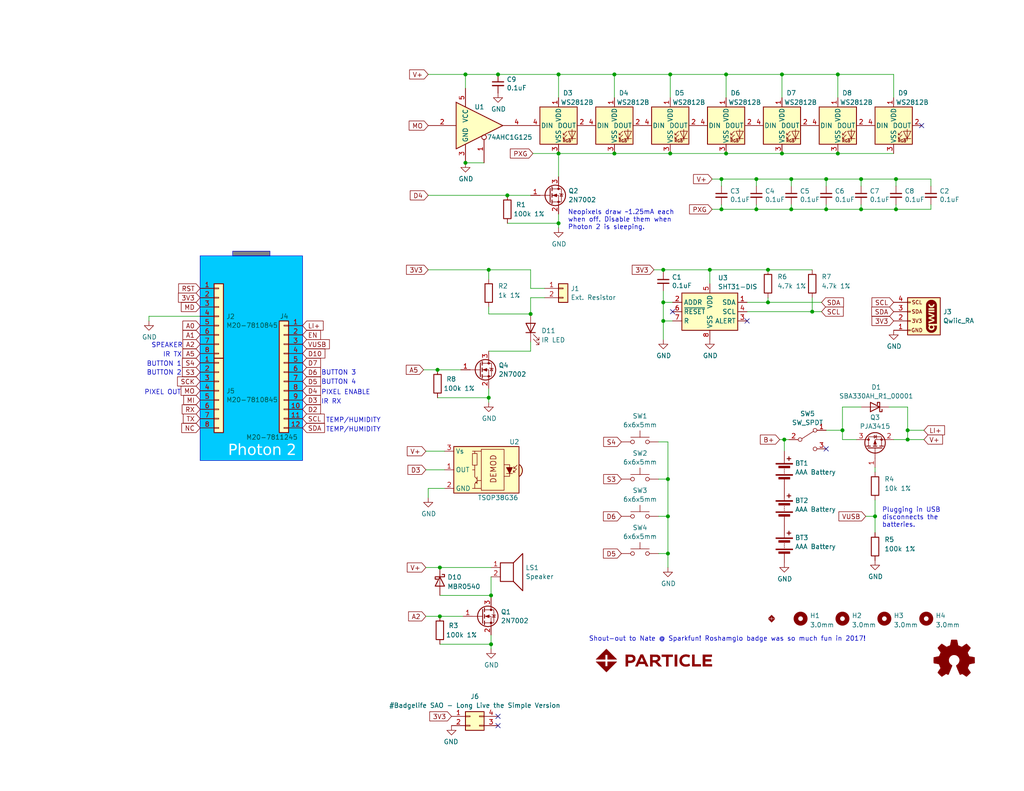
<source format=kicad_sch>
(kicad_sch (version 20230121) (generator eeschema)
  (paper "USLetter")
  (title_block (title "Particle BAMF23 Badge") (date "2023-09-20") (rev "v1.0") (company "         Designed by Brett Walach"))
  (lib_symbols
    (symbol "Connector_Generic:Conn_01x02" (pin_names (offset 1.016) hide)
      (property "Reference" "J" (at 0 2.54 0))
      (property "Value" "Conn_01x02" (at 0 -5.08 0))
      (symbol "Conn_01x02_1_1"
        (pin passive line (at -5.08 0 0) (length 3.81) (name "Pin_1") (number "1"))
        (pin passive line (at -5.08 -2.54 0) (length 3.81) (name "Pin_2") (number "2"))
      )
    )
    (symbol "Connector_Generic:Conn_02x02_Counter_Clockwise" (pin_names (offset 1.016) hide)
      (property "Reference" "J" (at 1.27 2.54 0))
      (property "Value" "Conn_02x02_Counter_Clockwise" (at 1.27 -5.08 0))
      (symbol "Conn_02x02_Counter_Clockwise_1_1"
        (pin passive line (at -5.08 0 0) (length 3.81) (name "Pin_1") (number "1"))
        (pin passive line (at -5.08 -2.54 0) (length 3.81) (name "Pin_2") (number "2"))
        (pin passive line (at 7.62 -2.54 180) (length 3.81) (name "Pin_3") (number "3"))
        (pin passive line (at 7.62 0 180) (length 3.81) (name "Pin_4") (number "4"))
      )
    )
    (symbol "Device:Battery" (pin_numbers hide) (pin_names (offset 0) hide)
      (property "Reference" "BT" (at 2.54 2.54 0))
      (property "Value" "Battery" (at 2.54 0 0))
      (symbol "Battery_1_1"
        (pin passive line (at 0 5.08 270) (length 2.54) (name "+") (number "1"))
        (pin passive line (at 0 -5.08 90) (length 2.54) (name "-") (number "2"))
      )
    )
    (symbol "Diode:MBR0540" (pin_numbers hide) (pin_names (offset 1.016) hide)
      (property "Reference" "D" (at 0 2.54 0))
      (property "Value" "MBR0540" (at 0 -2.54 0))
      (symbol "MBR0540_1_1"
        (pin passive line (at -3.81 0 0) (length 2.54) (name "K") (number "1"))
        (pin passive line (at 3.81 0 180) (length 2.54) (name "A") (number "2"))
      )
    )
    (symbol "Graphic:Logo_Open_Hardware_Small" (pin_names (offset 1.016)))
    (symbol "Mechanical:MountingHole" (pin_names (offset 1.016))
      (property "Reference" "H" (at 0 5.08 0))
      (property "Value" "MountingHole" (at 0 3.175 0))
    )
    (symbol "Sensor_Humidity:SHT31-DIS"
      (property "Reference" "U" (at -6.35 6.35 0))
      (property "Value" "SHT31-DIS" (at 6.35 6.35 0))
      (symbol "SHT31-DIS_1_1"
        (pin bidirectional line (at 10.16 2.54 180) (length 2.54) (name "SDA") (number "1"))
        (pin input line (at -10.16 2.54 0) (length 2.54) (name "ADDR") (number "2"))
        (pin output line (at 10.16 -2.54 180) (length 2.54) (name "ALERT") (number "3"))
        (pin input line (at 10.16 0 180) (length 2.54) (name "SCL") (number "4"))
        (pin power_in line (at 0 7.62 270) (length 2.54) (name "VDD") (number "5"))
        (pin input line (at -10.16 0 0) (length 2.54) (name "~{RESET}") (number "6"))
        (pin passive line (at -10.16 -2.54 0) (length 2.54) (name "R") (number "7"))
        (pin power_in line (at 0 -7.62 90) (length 2.54) (name "VSS") (number "8"))
        (pin passive line (at 0 -7.62 90) (length 2.54) hide (name "VSS") (number "9"))
      )
    )
    (symbol "Switch:SW_SPDT" (pin_names (offset 0) hide)
      (property "Reference" "SW" (at 0 4.318 0))
      (property "Value" "SW_SPDT" (at 0 -5.08 0))
      (symbol "SW_SPDT_1_1"
        (pin passive line (at 5.08 2.54 180) (length 2.54) (name "A") (number "1"))
        (pin passive line (at -5.08 0 0) (length 2.54) (name "B") (number "2"))
        (pin passive line (at 5.08 -2.54 180) (length 2.54) (name "C") (number "3"))
      )
    )
    (symbol "logo:LOGO" (pin_names (offset 1.016)))
    (symbol "particle-bamf23-badge:2N7002" (pin_names hide)
      (property "Reference" "Q2" (at 5.207 1.2121 0))
      (property "Value" "2N7002" (at 5.207 -1.2121 0))
      (symbol "2N7002_1_1"
        (pin input line (at -5.08 0 0) (length 2.54) (name "G") (number "1"))
        (pin passive line (at 2.54 -5.08 90) (length 2.54) (name "S") (number "2"))
        (pin passive line (at 2.54 5.08 270) (length 2.54) (name "D") (number "3"))
      )
    )
    (symbol "particle-bamf23-badge:74AHC1G125"
      (property "Reference" "U1" (at -1.905 6.985 0))
      (property "Value" "74AHC1G125" (at 3.175 5.08 0))
      (symbol "74AHC1G125_1_1"
        (pin input inverted (at 0 -10.16 90) (length 7.62) (name "~") (number "1"))
        (pin input line (at -15.24 0 0) (length 7.62) (name "~") (number "2"))
        (pin power_in line (at -5.08 -10.16 90) (length 5.08) (name "GND") (number "3"))
        (pin tri_state line (at 12.7 0 180) (length 7.62) (name "~") (number "4"))
        (pin power_in line (at -5.08 10.16 270) (length 5.08) (name "VCC") (number "5"))
      )
    )
    (symbol "particle-bamf23-badge:C_Small" (pin_numbers hide) (pin_names (offset 0.254) hide)
      (property "Reference" "C1" (at 2.3368 1.1684 0))
      (property "Value" "0.1uF" (at 2.3368 -1.143 0))
      (symbol "C_Small_1_1"
        (pin passive line (at 0 2.54 270) (length 2.032) (name "~") (number "1"))
        (pin passive line (at 0 -2.54 90) (length 2.032) (name "~") (number "2"))
      )
    )
    (symbol "particle-bamf23-badge:Conn_01x08" (pin_names (offset 1.016) hide)
      (property "Reference" "J6" (at 2.032 -0.0579 0))
      (property "Value" "Conn_01x08" (at 2.032 -2.4821 0))
      (symbol "Conn_01x08_1_1"
        (pin passive line (at -5.08 7.62 0) (length 3.81) (name "Pin_1") (number "1"))
        (pin passive line (at -5.08 5.08 0) (length 3.81) (name "Pin_2") (number "2"))
        (pin passive line (at -5.08 2.54 0) (length 3.81) (name "Pin_3") (number "3"))
        (pin passive line (at -5.08 0 0) (length 3.81) (name "Pin_4") (number "4"))
        (pin passive line (at -5.08 -2.54 0) (length 3.81) (name "Pin_5") (number "5"))
        (pin passive line (at -5.08 -5.08 0) (length 3.81) (name "Pin_6") (number "6"))
        (pin passive line (at -5.08 -7.62 0) (length 3.81) (name "Pin_7") (number "7"))
        (pin passive line (at -5.08 -10.16 0) (length 3.81) (name "Pin_8") (number "8"))
      )
    )
    (symbol "particle-bamf23-badge:Conn_01x12" (pin_names (offset 1.016) hide)
      (property "Reference" "J2" (at -1.27 -17.78 0))
      (property "Value" "M20-7810645" (at -12.7 -20.32 0))
      (symbol "Conn_01x12_1_1"
        (pin passive line (at -5.08 12.7 0) (length 3.81) (name "Pin_1") (number "1"))
        (pin passive line (at -5.08 -10.16 0) (length 3.81) (name "Pin_10") (number "10"))
        (pin passive line (at -5.08 -12.7 0) (length 3.81) (name "Pin_11") (number "11"))
        (pin passive line (at -5.08 -15.24 0) (length 3.81) (name "Pin_12") (number "12"))
        (pin passive line (at -5.08 10.16 0) (length 3.81) (name "Pin_2") (number "2"))
        (pin passive line (at -5.08 7.62 0) (length 3.81) (name "Pin_3") (number "3"))
        (pin passive line (at -5.08 5.08 0) (length 3.81) (name "Pin_4") (number "4"))
        (pin passive line (at -5.08 2.54 0) (length 3.81) (name "Pin_5") (number "5"))
        (pin passive line (at -5.08 0 0) (length 3.81) (name "Pin_6") (number "6"))
        (pin passive line (at -5.08 -2.54 0) (length 3.81) (name "Pin_7") (number "7"))
        (pin passive line (at -5.08 -5.08 0) (length 3.81) (name "Pin_8") (number "8"))
        (pin passive line (at -5.08 -7.62 0) (length 3.81) (name "Pin_9") (number "9"))
      )
    )
    (symbol "particle-bamf23-badge:GND" (power) (pin_names (offset 0))
      (property "Value" "GND" (at 0.127 -4.3942 0))
      (symbol "GND_1_1"
        (pin power_in line (at 0 0 270) (length 0) hide (name "GND") (number "1"))
      )
    )
    (symbol "particle-bamf23-badge:LED" (pin_numbers hide) (pin_names (offset 1.016) hide)
      (property "Reference" "D2" (at -0.7528 -2.921 90))
      (property "Value" "IR LED" (at -3.2897 -2.921 90))
      (symbol "LED_1_1"
        (pin passive line (at -3.81 0 0) (length 2.54) (name "K") (number "1"))
        (pin passive line (at 3.81 0 180) (length 2.54) (name "A") (number "2"))
      )
    )
    (symbol "particle-bamf23-badge:Q_PMOS_GSD" (pin_names (offset 0) hide)
      (property "Reference" "Q3" (at 8.5893 0 90))
      (property "Value" "PJA3415" (at 6.1651 0 90))
      (symbol "Q_PMOS_GSD_1_1"
        (pin input line (at -5.08 0 0) (length 2.54) (name "G") (number "1"))
        (pin passive line (at 2.54 -5.08 90) (length 2.54) (name "S") (number "2"))
        (pin passive line (at 2.54 5.08 270) (length 2.54) (name "D") (number "3"))
      )
    )
    (symbol "particle-bamf23-badge:R" (pin_numbers hide) (pin_names (offset 0))
      (property "Reference" "R2" (at -5.08 0 90))
      (property "Value" "1k 1%" (at -2.54 3.81 90))
      (symbol "R_1_1"
        (pin passive line (at 0 3.81 270) (length 1.27) (name "~") (number "1"))
        (pin passive line (at 0 -3.81 90) (length 1.27) (name "~") (number "2"))
      )
    )
    (symbol "particle-bamf23-badge:SW_Push" (pin_numbers hide) (pin_names (offset 1.016) hide)
      (property "Reference" "SW1" (at 0 7.0653 0))
      (property "Value" "SW_Push" (at 0 4.6411 0))
      (symbol "SW_Push_0_1"
        (pin passive line (at -5.08 0 0) (length 2.54) (name "1") (number "1"))
        (pin passive line (at 5.08 0 180) (length 2.54) (name "2") (number "2"))
      )
    )
    (symbol "particle-bamf23-badge:Speaker" (pin_names (offset 0) hide)
      (property "Reference" "LS1" (at 4.318 -0.0579 0))
      (property "Value" "Speaker" (at 4.318 -2.4821 0))
      (symbol "Speaker_1_1"
        (pin input line (at -5.08 0 0) (length 2.54) (name "1") (number "1"))
        (pin input line (at -5.08 -2.54 0) (length 2.54) (name "2") (number "2"))
      )
    )
    (symbol "particle-bamf23-badge:TSOP38238"
      (property "Reference" "U3" (at -1.735 10.4943 0))
      (property "Value" "TSOP38G36" (at -1.735 8.0701 0))
      (symbol "TSOP38238_0_0"
        (text "DEMOD" (at -3.175 0.254 900) (effects (font (size 1.524 1.524))))
      )
      (symbol "TSOP38238_1_1"
        (pin output line (at 10.16 0 180) (length 2.54) (name "OUT") (number "1"))
        (pin power_in line (at 10.16 -5.08 180) (length 2.54) (name "GND") (number "2"))
        (pin power_in line (at 10.16 5.08 180) (length 2.54) (name "Vs") (number "3"))
      )
    )
    (symbol "particle-bamf23-badge:WS2812B" (pin_names (offset 0.254))
      (property "Reference" "D3" (at 2.54 8.89 0))
      (property "Value" "WS2812B" (at 5.08 6.35 0))
      (symbol "WS2812B_0_0"
        (text "RGB" (at 2.286 -4.191 0) (effects (font (size 0.762 0.762))))
      )
      (symbol "WS2812B_1_1"
        (pin power_in line (at 0 7.62 270) (length 2.54) (name "VDD") (number "1"))
        (pin output line (at 7.62 0 180) (length 2.54) (name "DOUT") (number "2"))
        (pin power_in line (at 0 -7.62 90) (length 2.54) (name "VSS") (number "3"))
        (pin input line (at -7.62 0 0) (length 2.54) (name "DIN") (number "4"))
      )
    )
    (symbol "particle-logo2:LOGO" (pin_names (offset 1.016)))
    (symbol "sparkfun:Qwiic_Right_Angle" (pin_names (offset 1.016) hide)
      (property "Reference" "J" (at 0 5.08 0))
      (property "Value" "Qwiic_RA" (at 0 -7.62 0))
      (symbol "Qwiic_Right_Angle_1_1"
        (text "3V3" (at 1.27 -2.54 0) (effects (font (size 1 1))))
        (text "GND" (at 1.27 -5.08 0) (effects (font (size 1 1))))
        (text "SCL" (at 1.27 2.54 0) (effects (font (size 1 1))))
        (text "SDA" (at 1.27 0 0) (effects (font (size 1 1))))
        (pin passive line (at -5.08 -5.08 0) (length 3.81) (name "Pin_1") (number "1"))
        (pin passive line (at -5.08 -2.54 0) (length 3.81) (name "Pin_2") (number "2"))
        (pin passive line (at -5.08 0 0) (length 3.81) (name "Pin_3") (number "3"))
        (pin passive line (at -5.08 2.54 0) (length 3.81) (name "Pin_4") (number "4"))
        (pin no_connect line (at 2.54 3.81 270) (length 2.54) hide (name "NC") (number "NC1"))
        (pin no_connect line (at 2.54 3.81 270) (length 2.54) hide (name "NC") (number "NC2"))
      )
    )
  )
  (junction (at 138.43 53.34))
  (junction (at 119.38 100.965))
  (junction (at 152.4 20.32))
  (junction (at 234.95 48.895))
  (junction (at 234.95 57.15))
  (junction (at 198.12 20.32))
  (junction (at 196.85 57.15))
  (junction (at 209.55 73.66))
  (junction (at 180.975 73.66))
  (junction (at 228.6 20.32))
  (junction (at 209.55 82.55))
  (junction (at 215.9 48.895))
  (junction (at 198.12 41.91))
  (junction (at 167.64 41.91))
  (junction (at 120.015 168.275))
  (junction (at 229.87 117.475))
  (junction (at 133.35 73.66))
  (junction (at 180.975 87.63))
  (junction (at 213.36 20.32))
  (junction (at 238.76 140.97))
  (junction (at 133.35 108.585))
  (junction (at 221.615 85.09))
  (junction (at 225.425 57.15))
  (junction (at 213.995 120.015))
  (junction (at 133.985 162.56))
  (junction (at 244.475 57.15))
  (junction (at 225.425 48.895))
  (junction (at 120.015 154.94))
  (junction (at 193.675 73.66))
  (junction (at 213.36 41.91))
  (junction (at 182.245 130.81))
  (junction (at 182.88 20.32))
  (junction (at 167.64 20.32))
  (junction (at 182.245 140.97))
  (junction (at 152.4 41.91))
  (junction (at 182.88 41.91))
  (junction (at 127 20.32))
  (junction (at 196.85 48.895))
  (junction (at 215.9 57.15))
  (junction (at 152.4 60.96))
  (junction (at 180.975 82.55))
  (junction (at 135.89 20.32))
  (junction (at 247.65 120.015))
  (junction (at 244.475 48.895))
  (junction (at 182.245 151.13))
  (junction (at 144.78 85.725))
  (junction (at 127 44.45))
  (junction (at 247.65 117.475))
  (junction (at 133.985 175.895))
  (junction (at 206.375 48.895))
  (junction (at 206.375 57.15))
  (junction (at 228.6 41.91))
  (no_connect (at 251.46 34.29))
  (no_connect (at 135.89 195.58))
  (no_connect (at 203.835 87.63))
  (no_connect (at 183.515 85.09))
  (no_connect (at 225.425 122.555))
  (no_connect (at 135.89 198.12))
  (wire (pts (xy 180.975 73.66) (xy 193.675 73.66)))
  (wire (pts (xy 167.64 20.32) (xy 182.88 20.32)))
  (wire (pts (xy 182.245 130.81) (xy 182.245 140.97)))
  (wire (pts (xy 183.515 82.55) (xy 180.975 82.55)))
  (wire (pts (xy 247.65 111.125) (xy 247.65 117.475)))
  (wire (pts (xy 115.57 100.965) (xy 119.38 100.965)))
  (wire (pts (xy 224.155 82.55) (xy 209.55 82.55)))
  (wire (pts (xy 133.985 162.56) (xy 133.985 163.195)))
  (wire (pts (xy 127 20.32) (xy 127 24.13)))
  (wire (pts (xy 206.375 57.15) (xy 196.85 57.15)))
  (wire (pts (xy 133.35 109.855) (xy 133.35 108.585)))
  (wire (pts (xy 244.475 55.88) (xy 244.475 57.15)))
  (wire (pts (xy 196.85 48.895) (xy 194.31 48.895)))
  (wire (pts (xy 225.425 57.15) (xy 215.9 57.15)))
  (wire (pts (xy 209.55 73.66) (xy 221.615 73.66)))
  (wire (pts (xy 133.985 175.895) (xy 133.985 173.355)))
  (wire (pts (xy 244.475 57.15) (xy 234.95 57.15)))
  (wire (pts (xy 180.975 82.55) (xy 180.975 87.63)))
  (wire (pts (xy 116.205 154.94) (xy 120.015 154.94)))
  (wire (pts (xy 225.425 117.475) (xy 229.87 117.475)))
  (wire (pts (xy 221.615 81.28) (xy 221.615 85.09)))
  (wire (pts (xy 167.64 41.91) (xy 182.88 41.91)))
  (wire (pts (xy 238.76 136.525) (xy 238.76 140.97)))
  (wire (pts (xy 116.84 20.32) (xy 127 20.32)))
  (wire (pts (xy 225.425 55.88) (xy 225.425 57.15)))
  (wire (pts (xy 254 57.15) (xy 254 55.88)))
  (wire (pts (xy 221.615 85.09) (xy 203.835 85.09)))
  (wire (pts (xy 228.6 20.32) (xy 243.84 20.32)))
  (wire (pts (xy 234.95 111.125) (xy 229.87 111.125)))
  (wire (pts (xy 133.35 108.585) (xy 133.35 106.045)))
  (wire (pts (xy 179.705 130.81) (xy 182.245 130.81)))
  (wire (pts (xy 238.76 140.97) (xy 238.76 145.415)))
  (wire (pts (xy 247.65 120.015) (xy 252.095 120.015)))
  (wire (pts (xy 234.95 57.15) (xy 225.425 57.15)))
  (wire (pts (xy 116.84 53.34) (xy 138.43 53.34)))
  (wire (pts (xy 144.78 95.885) (xy 133.35 95.885)))
  (wire (pts (xy 228.6 20.32) (xy 228.6 26.67)))
  (wire (pts (xy 179.705 151.13) (xy 182.245 151.13)))
  (wire (pts (xy 182.88 41.91) (xy 198.12 41.91)))
  (wire (pts (xy 144.78 78.74) (xy 148.59 78.74)))
  (wire (pts (xy 213.995 120.015) (xy 213.995 123.19)))
  (wire (pts (xy 144.78 93.345) (xy 144.78 95.885)))
  (wire (pts (xy 196.85 50.8) (xy 196.85 48.895)))
  (wire (pts (xy 167.64 20.32) (xy 167.64 26.67)))
  (wire (pts (xy 244.475 48.895) (xy 254 48.895)))
  (wire (pts (xy 209.55 81.28) (xy 209.55 82.55)))
  (wire (pts (xy 228.6 41.91) (xy 243.84 41.91)))
  (wire (pts (xy 133.985 154.94) (xy 120.015 154.94)))
  (wire (pts (xy 182.245 120.65) (xy 182.245 130.81)))
  (wire (pts (xy 152.4 41.91) (xy 152.4 48.26)))
  (wire (pts (xy 213.995 120.015) (xy 215.265 120.015)))
  (wire (pts (xy 243.84 20.32) (xy 243.84 26.67)))
  (wire (pts (xy 183.515 87.63) (xy 180.975 87.63)))
  (wire (pts (xy 133.985 177.165) (xy 133.985 175.895)))
  (wire (pts (xy 133.35 83.82) (xy 133.35 85.725)))
  (wire (pts (xy 206.375 50.8) (xy 206.375 48.895)))
  (wire (pts (xy 182.88 20.32) (xy 198.12 20.32)))
  (wire (pts (xy 213.36 20.32) (xy 228.6 20.32)))
  (wire (pts (xy 254 48.895) (xy 254 50.8)))
  (wire (pts (xy 209.55 82.55) (xy 203.835 82.55)))
  (wire (pts (xy 127 44.45) (xy 132.08 44.45)))
  (wire (pts (xy 247.65 120.015) (xy 243.84 120.015)))
  (wire (pts (xy 133.35 73.66) (xy 133.35 76.2)))
  (wire (pts (xy 225.425 50.8) (xy 225.425 48.895)))
  (wire (pts (xy 152.4 41.91) (xy 167.64 41.91)))
  (wire (pts (xy 198.12 20.32) (xy 213.36 20.32)))
  (wire (pts (xy 238.76 128.905) (xy 238.76 127.635)))
  (wire (pts (xy 247.65 117.475) (xy 252.095 117.475)))
  (wire (pts (xy 120.015 168.275) (xy 126.365 168.275)))
  (wire (pts (xy 215.9 55.88) (xy 215.9 57.15)))
  (wire (pts (xy 116.84 133.35) (xy 121.285 133.35)))
  (wire (pts (xy 206.375 55.88) (xy 206.375 57.15)))
  (wire (pts (xy 244.475 57.15) (xy 254 57.15)))
  (wire (pts (xy 116.84 135.89) (xy 116.84 133.35)))
  (wire (pts (xy 215.9 48.895) (xy 206.375 48.895)))
  (wire (pts (xy 229.87 117.475) (xy 229.87 120.015)))
  (wire (pts (xy 180.975 87.63) (xy 180.975 92.71)))
  (wire (pts (xy 152.4 20.32) (xy 152.4 26.67)))
  (wire (pts (xy 120.015 175.895) (xy 133.985 175.895)))
  (wire (pts (xy 247.65 117.475) (xy 247.65 120.015)))
  (wire (pts (xy 144.78 73.66) (xy 144.78 78.74)))
  (wire (pts (xy 127 20.32) (xy 135.89 20.32)))
  (wire (pts (xy 179.705 140.97) (xy 182.245 140.97)))
  (wire (pts (xy 180.975 74.295) (xy 180.975 73.66)))
  (wire (pts (xy 182.245 140.97) (xy 182.245 151.13)))
  (wire (pts (xy 152.4 62.23) (xy 152.4 60.96)))
  (wire (pts (xy 206.375 48.895) (xy 196.85 48.895)))
  (wire (pts (xy 133.985 157.48) (xy 133.985 162.56)))
  (wire (pts (xy 209.55 73.66) (xy 193.675 73.66)))
  (wire (pts (xy 244.475 48.895) (xy 234.95 48.895)))
  (wire (pts (xy 212.725 120.015) (xy 213.995 120.015)))
  (wire (pts (xy 133.35 73.66) (xy 144.78 73.66)))
  (wire (pts (xy 225.425 48.895) (xy 215.9 48.895)))
  (wire (pts (xy 196.85 55.88) (xy 196.85 57.15)))
  (wire (pts (xy 116.84 73.66) (xy 133.35 73.66)))
  (wire (pts (xy 116.205 128.27) (xy 121.285 128.27)))
  (wire (pts (xy 148.59 81.28) (xy 144.78 81.28)))
  (wire (pts (xy 182.245 151.13) (xy 182.245 154.94)))
  (wire (pts (xy 244.475 50.8) (xy 244.475 48.895)))
  (wire (pts (xy 152.4 20.32) (xy 167.64 20.32)))
  (wire (pts (xy 40.64 86.36) (xy 40.64 87.63)))
  (wire (pts (xy 178.435 73.66) (xy 180.975 73.66)))
  (wire (pts (xy 116.205 168.275) (xy 120.015 168.275)))
  (wire (pts (xy 116.205 123.19) (xy 121.285 123.19)))
  (wire (pts (xy 145.415 41.91) (xy 152.4 41.91)))
  (wire (pts (xy 54.61 86.36) (xy 40.64 86.36)))
  (wire (pts (xy 198.12 20.32) (xy 198.12 26.67)))
  (wire (pts (xy 138.43 53.34) (xy 144.78 53.34)))
  (wire (pts (xy 198.12 41.91) (xy 213.36 41.91)))
  (wire (pts (xy 213.36 20.32) (xy 213.36 26.67)))
  (wire (pts (xy 182.88 20.32) (xy 182.88 26.67)))
  (wire (pts (xy 229.87 111.125) (xy 229.87 117.475)))
  (wire (pts (xy 138.43 60.96) (xy 152.4 60.96)))
  (wire (pts (xy 236.22 140.97) (xy 238.76 140.97)))
  (wire (pts (xy 135.89 20.32) (xy 152.4 20.32)))
  (wire (pts (xy 196.85 57.15) (xy 194.31 57.15)))
  (wire (pts (xy 179.705 120.65) (xy 182.245 120.65)))
  (wire (pts (xy 144.78 81.28) (xy 144.78 85.725)))
  (wire (pts (xy 229.87 120.015) (xy 233.68 120.015)))
  (wire (pts (xy 215.9 50.8) (xy 215.9 48.895)))
  (wire (pts (xy 234.95 48.895) (xy 225.425 48.895)))
  (wire (pts (xy 215.9 57.15) (xy 206.375 57.15)))
  (wire (pts (xy 119.38 108.585) (xy 133.35 108.585)))
  (wire (pts (xy 152.4 60.96) (xy 152.4 58.42)))
  (wire (pts (xy 133.35 85.725) (xy 144.78 85.725)))
  (wire (pts (xy 193.675 73.66) (xy 193.675 77.47)))
  (wire (pts (xy 119.38 100.965) (xy 125.73 100.965)))
  (wire (pts (xy 213.36 41.91) (xy 228.6 41.91)))
  (wire (pts (xy 180.975 79.375) (xy 180.975 82.55)))
  (wire (pts (xy 234.95 50.8) (xy 234.95 48.895)))
  (wire (pts (xy 133.985 162.56) (xy 120.015 162.56)))
  (wire (pts (xy 234.95 55.88) (xy 234.95 57.15)))
  (wire (pts (xy 242.57 111.125) (xy 247.65 111.125)))
  (wire (pts (xy 224.155 85.09) (xy 221.615 85.09)))
  (rectangle (start 63.5 68.58) (end 73.66 69.85) (fill (type color) (color 132 132 132 1)))
  (rectangle (start 54.61 69.85) (end 82.55 125.73) (fill (type color) (color 0 202 254 1)))
  (text "Shout-out to Nate @ Sparkfun! Roshamglo badge was so much fun in 2017!\n" (at 160.655 175.26 0) (effects (font (size 1.27 1.27)) (justify left bottom)))
  (text "BUTTON 3\n\n\n" (at 87.63 106.68 0) (effects (font (size 1.27 1.27)) (justify left bottom)))
  (text "BUTTON 4\n\n\n" (at 87.63 109.22 0) (effects (font (size 1.27 1.27)) (justify left bottom)))
  (text "PIXEL OUT\n" (at 39.37 107.95 0) (effects (font (size 1.27 1.27)) (justify left bottom)))
  (text "BUTTON 2\n\n\n" (at 40.005 106.68 0) (effects (font (size 1.27 1.27)) (justify left bottom)))
  (text "IR TX\n\n" (at 44.45 99.695 0) (effects (font (size 1.27 1.27)) (justify left bottom)))
  (text "Plugging in USB\ndisconnects the\nbatteries." (at 240.665 144.145 0) (effects (font (size 1.27 1.27)) (justify left bottom)))
  (text "IR RX\n" (at 87.63 110.49 0) (effects (font (size 1.27 1.27)) (justify left bottom)))
  (text "Photon 2" (at 62.23 125.73 0) (effects (font (size 3 3)) (justify left bottom)))
  (text "PIXEL ENABLE\n" (at 87.63 107.95 0) (effects (font (size 1.27 1.27)) (justify left bottom)))
  (text "Neopixels draw ~1.25mA each\nwhen off. Disable them when\nPhoton 2 is sleeping." (at 154.94 62.865 0) (effects (font (size 1.27 1.27)) (justify left bottom)))
  (text "SPEAKER\n\n" (at 41.275 97.155 0) (effects (font (size 1.27 1.27)) (justify left bottom)))
  (text "TEMP/HUMIDITY" (at 88.9 115.57 0) (effects (font (size 1.27 1.27)) (justify left bottom)))
  (text "TEMP/HUMIDITY" (at 88.9 118.11 0) (effects (font (size 1.27 1.27)) (justify left bottom)))
  (text "BUTTON 1\n\n" (at 40.005 102.235 0) (effects (font (size 1.27 1.27)) (justify left bottom)))
  (global_label "SDA" (shape input) (at 243.84 85.09 180) (property "Intersheetrefs" "${INTERSHEET_REFS}" (effects hide)))
  (global_label "VUSB" (shape input) (at 236.22 140.97 180) (property "Intersheetrefs" "${INTERSHEET_REFS}" (effects hide)))
  (global_label "LI+" (shape input) (at 252.095 117.475 0) (property "Intersheetrefs" "${INTERSHEET_REFS}" (effects hide)))
  (global_label "3V3" (shape input) (at 123.19 195.58 180) (property "Intersheetrefs" "${INTERSHEET_REFS}" (effects hide)))
  (global_label "V+" (shape input) (at 194.31 48.895 180) (property "Intersheetrefs" "${INTERSHEET_REFS}" (effects hide)))
  (global_label "D4" (shape input) (at 82.55 106.68 0) (property "Intersheetrefs" "${INTERSHEET_REFS}" (effects hide)))
  (global_label "S3" (shape input) (at 54.61 101.6 180) (property "Intersheetrefs" "${INTERSHEET_REFS}" (effects hide)))
  (global_label "D5" (shape input) (at 169.545 151.13 180) (property "Intersheetrefs" "${INTERSHEET_REFS}" (effects hide)))
  (global_label "S4" (shape input) (at 169.545 120.65 180) (property "Intersheetrefs" "${INTERSHEET_REFS}" (effects hide)))
  (global_label "MO" (shape input) (at 116.84 34.29 180) (property "Intersheetrefs" "${INTERSHEET_REFS}" (effects hide)))
  (global_label "A0" (shape input) (at 54.61 88.9 180) (property "Intersheetrefs" "${INTERSHEET_REFS}" (effects hide)))
  (global_label "PXG" (shape input) (at 145.415 41.91 180) (property "Intersheetrefs" "${INTERSHEET_REFS}" (effects hide)))
  (global_label "TX" (shape input) (at 54.61 114.3 180) (property "Intersheetrefs" "${INTERSHEET_REFS}" (effects hide)))
  (global_label "SDA" (shape input) (at 82.55 116.84 0) (property "Intersheetrefs" "${INTERSHEET_REFS}" (effects hide)))
  (global_label "SCL" (shape input) (at 224.155 85.09 0) (property "Intersheetrefs" "${INTERSHEET_REFS}" (effects hide)))
  (global_label "V+" (shape input) (at 252.095 120.015 0) (property "Intersheetrefs" "${INTERSHEET_REFS}" (effects hide)))
  (global_label "D3" (shape input) (at 116.205 128.27 180) (property "Intersheetrefs" "${INTERSHEET_REFS}" (effects hide)))
  (global_label "MO" (shape input) (at 54.61 106.68 180) (property "Intersheetrefs" "${INTERSHEET_REFS}" (effects hide)))
  (global_label "RX" (shape input) (at 54.61 111.76 180) (property "Intersheetrefs" "${INTERSHEET_REFS}" (effects hide)))
  (global_label "S3" (shape input) (at 169.545 130.81 180) (property "Intersheetrefs" "${INTERSHEET_REFS}" (effects hide)))
  (global_label "D7" (shape input) (at 82.55 99.06 0) (property "Intersheetrefs" "${INTERSHEET_REFS}" (effects hide)))
  (global_label "SCL" (shape input) (at 82.55 114.3 0) (property "Intersheetrefs" "${INTERSHEET_REFS}" (effects hide)))
  (global_label "V+" (shape input) (at 116.205 123.19 180) (property "Intersheetrefs" "${INTERSHEET_REFS}" (effects hide)))
  (global_label "3V3" (shape input) (at 243.84 87.63 180) (property "Intersheetrefs" "${INTERSHEET_REFS}" (effects hide)))
  (global_label "D6" (shape input) (at 169.545 140.97 180) (property "Intersheetrefs" "${INTERSHEET_REFS}" (effects hide)))
  (global_label "A2" (shape input) (at 54.61 93.98 180) (property "Intersheetrefs" "${INTERSHEET_REFS}" (effects hide)))
  (global_label "3V3" (shape input) (at 116.84 73.66 180) (property "Intersheetrefs" "${INTERSHEET_REFS}" (effects hide)))
  (global_label "V+" (shape input) (at 116.205 154.94 180) (property "Intersheetrefs" "${INTERSHEET_REFS}" (effects hide)))
  (global_label "D4" (shape input) (at 116.84 53.34 180) (property "Intersheetrefs" "${INTERSHEET_REFS}" (effects hide)))
  (global_label "D6" (shape input) (at 82.55 101.6 0) (property "Intersheetrefs" "${INTERSHEET_REFS}" (effects hide)))
  (global_label "B+" (shape input) (at 212.725 120.015 180) (property "Intersheetrefs" "${INTERSHEET_REFS}" (effects hide)))
  (global_label "SDA" (shape input) (at 224.155 82.55 0) (property "Intersheetrefs" "${INTERSHEET_REFS}" (effects hide)))
  (global_label "A2" (shape input) (at 116.205 168.275 180) (property "Intersheetrefs" "${INTERSHEET_REFS}" (effects hide)))
  (global_label "D3" (shape input) (at 82.55 109.22 0) (property "Intersheetrefs" "${INTERSHEET_REFS}" (effects hide)))
  (global_label "MI" (shape input) (at 54.61 109.22 180) (property "Intersheetrefs" "${INTERSHEET_REFS}" (effects hide)))
  (global_label "NC" (shape input) (at 54.61 116.84 180) (property "Intersheetrefs" "${INTERSHEET_REFS}" (effects hide)))
  (global_label "LI+" (shape input) (at 82.55 88.9 0) (property "Intersheetrefs" "${INTERSHEET_REFS}" (effects hide)))
  (global_label "A5" (shape input) (at 115.57 100.965 180) (property "Intersheetrefs" "${INTERSHEET_REFS}" (effects hide)))
  (global_label "D5" (shape input) (at 82.55 104.14 0) (property "Intersheetrefs" "${INTERSHEET_REFS}" (effects hide)))
  (global_label "SCK" (shape input) (at 54.61 104.14 180) (property "Intersheetrefs" "${INTERSHEET_REFS}" (effects hide)))
  (global_label "PXG" (shape input) (at 194.31 57.15 180) (property "Intersheetrefs" "${INTERSHEET_REFS}" (effects hide)))
  (global_label "D2" (shape input) (at 82.55 111.76 0) (property "Intersheetrefs" "${INTERSHEET_REFS}" (effects hide)))
  (global_label "RST" (shape input) (at 54.61 78.74 180) (property "Intersheetrefs" "${INTERSHEET_REFS}" (effects hide)))
  (global_label "MD" (shape input) (at 54.61 83.82 180) (property "Intersheetrefs" "${INTERSHEET_REFS}" (effects hide)))
  (global_label "A5" (shape input) (at 54.61 96.52 180) (property "Intersheetrefs" "${INTERSHEET_REFS}" (effects hide)))
  (global_label "EN" (shape input) (at 82.55 91.44 0) (property "Intersheetrefs" "${INTERSHEET_REFS}" (effects hide)))
  (global_label "3V3" (shape input) (at 54.61 81.28 180) (property "Intersheetrefs" "${INTERSHEET_REFS}" (effects hide)))
  (global_label "VUSB" (shape input) (at 82.55 93.98 0) (property "Intersheetrefs" "${INTERSHEET_REFS}" (effects hide)))
  (global_label "SCL" (shape input) (at 243.84 82.55 180) (property "Intersheetrefs" "${INTERSHEET_REFS}" (effects hide)))
  (global_label "3V3" (shape input) (at 178.435 73.66 180) (property "Intersheetrefs" "${INTERSHEET_REFS}" (effects hide)))
  (global_label "V+" (shape input) (at 116.84 20.32 180) (property "Intersheetrefs" "${INTERSHEET_REFS}" (effects hide)))
  (global_label "A1" (shape input) (at 54.61 91.44 180) (property "Intersheetrefs" "${INTERSHEET_REFS}" (effects hide)))
  (global_label "D10" (shape input) (at 82.55 96.52 0) (property "Intersheetrefs" "${INTERSHEET_REFS}" (effects hide)))
  (global_label "S4" (shape input) (at 54.61 99.06 180) (property "Intersheetrefs" "${INTERSHEET_REFS}" (effects hide)))
  (symbol (lib_id "Graphic:Logo_Open_Hardware_Small") (at 260.35 180.34 0) (unit 1)
    (property "Reference" "#LOGO1" (effects hide))
    (property "Value" "Logo_Open_Hardware_Small" (effects hide))
  )
  (symbol (lib_id "particle-bamf23-badge:GND") (at 127 44.45 0) (unit 1)
    (property "Reference" "#PWR02" (effects hide))
    (property "Value" "GND" (at 127.127 48.8442 0))
  )
  (symbol (lib_id "particle-bamf23-badge:SW_Push") (at 174.625 140.97 0) (unit 1)
    (property "Reference" "SW3" (at 174.625 133.9047 0))
    (property "Value" "6x6x5mm" (at 174.625 136.3289 0))
    (property "Footprint" "particle-bamf23-badge:SW_Push_1P1T_NO_6x6mm_H5mm" (effects hide))
  )
  (symbol (lib_id "particle-bamf23-badge:C_Small") (at 180.975 76.835 0) (unit 1)
    (property "Reference" "C1" (at 183.3118 75.6666 0) (effects (justify left)))
    (property "Value" "0.1uF" (at 183.3118 77.978 0) (effects (justify left)))
    (property "Footprint" "particle-bamf23-badge:C_0805_2012Metric_Pad1.20x1.40mm_HandSolder" (effects hide))
  )
  (symbol (lib_id "particle-bamf23-badge:C_Small") (at 225.425 53.34 0) (unit 1)
    (property "Reference" "C6" (at 227.7618 52.1716 0) (effects (justify left)))
    (property "Value" "0.1uF" (at 227.7618 54.483 0) (effects (justify left)))
    (property "Footprint" "particle-bamf23-badge:C_0805_2012Metric_Pad1.20x1.40mm_HandSolder" (effects hide))
  )
  (symbol (lib_id "Device:Battery") (at 213.995 148.59 0) (unit 1)
    (property "Reference" "BT3" (at 216.916 146.8064 0) (effects (justify left)))
    (property "Value" "AAA Battery" (at 216.916 149.2306 0) (effects (justify left)))
    (property "Footprint" "particle-bamf23-badge:BatteryHolder_MPD_BK82_AAA" (effects hide))
  )
  (symbol (lib_id "particle-bamf23-badge:WS2812B") (at 152.4 34.29 0) (unit 1)
    (property "Reference" "D3" (at 154.94 25.4 0))
    (property "Value" "WS2812B" (at 157.48 27.94 0))
    (property "Footprint" "particle-bamf23-badge:LED_WS2812B_PLCC4_5.0x5.0mm_P3.2mm" (effects hide))
    (property "Datasheet" "https://cdn-shop.adafruit.com/datasheets/WS2812B.pdf" (effects hide))
  )
  (symbol (lib_id "particle-bamf23-badge:GND") (at 152.4 62.23 0) (unit 1)
    (property "Reference" "#PWR01" (effects hide))
    (property "Value" "GND" (at 152.527 66.6242 0))
  )
  (symbol (lib_id "particle-bamf23-badge:C_Small") (at 206.375 53.34 0) (unit 1)
    (property "Reference" "C4" (at 208.7118 52.1716 0) (effects (justify left)))
    (property "Value" "0.1uF" (at 208.7118 54.483 0) (effects (justify left)))
    (property "Footprint" "particle-bamf23-badge:C_0805_2012Metric_Pad1.20x1.40mm_HandSolder" (effects hide))
  )
  (symbol (lib_id "particle-bamf23-badge:R") (at 238.76 149.225 180) (unit 1)
    (property "Reference" "R5" (at 241.3 147.32 0) (effects (justify right)))
    (property "Value" "100k 1%" (at 241.3 149.86 0) (effects (justify right)))
    (property "Footprint" "particle-bamf23-badge:R_0805_2012Metric_Pad1.20x1.40mm_HandSolder" (effects hide))
  )
  (symbol (lib_id "particle-bamf23-badge:GND") (at 133.35 109.855 0) (unit 1)
    (property "Reference" "#PWR013" (effects hide))
    (property "Value" "GND" (at 133.477 114.2492 0))
  )
  (symbol (lib_id "particle-bamf23-badge:SW_Push") (at 174.625 130.81 0) (unit 1)
    (property "Reference" "SW2" (at 174.625 123.7447 0))
    (property "Value" "6x6x5mm" (at 174.625 126.1689 0))
    (property "Footprint" "particle-bamf23-badge:SW_Push_1P1T_NO_6x6mm_H5mm" (effects hide))
  )
  (symbol (lib_id "Mechanical:MountingHole") (at 252.73 168.91 0) (unit 1)
    (property "Reference" "H4" (at 255.27 168.0753 0) (effects (justify left)))
    (property "Value" "3.0mm" (at 255.27 170.6122 0) (effects (justify left)))
    (property "Footprint" "particle-bamf23-badge:MountingHole_4.0mm_M3.0" (effects hide))
  )
  (symbol (lib_id "particle-bamf23-badge:Conn_01x12") (at 77.47 101.6 0) (mirror y) (unit 1)
    (property "Reference" "J4" (at 78.74 86.36 0) (effects (justify left)))
    (property "Value" "M20-7811245" (at 81.28 119.38 0) (effects (justify left)))
    (property "Footprint" "particle-bamf23-badge:Harwin_M20-7811245_2x12_P2.54mm_Vertical" (effects hide))
  )
  (symbol (lib_id "particle-bamf23-badge:C_Small") (at 196.85 53.34 0) (unit 1)
    (property "Reference" "C3" (at 199.1868 52.1716 0) (effects (justify left)))
    (property "Value" "0.1uF" (at 199.1868 54.483 0) (effects (justify left)))
    (property "Footprint" "particle-bamf23-badge:C_0805_2012Metric_Pad1.20x1.40mm_HandSolder" (effects hide))
  )
  (symbol (lib_id "particle-bamf23-badge:C_Small") (at 234.95 53.34 0) (unit 1)
    (property "Reference" "C7" (at 237.2868 52.1716 0) (effects (justify left)))
    (property "Value" "0.1uF" (at 237.2868 54.483 0) (effects (justify left)))
    (property "Footprint" "particle-bamf23-badge:C_0805_2012Metric_Pad1.20x1.40mm_HandSolder" (effects hide))
  )
  (symbol (lib_id "particle-bamf23-badge:Speaker") (at 139.065 154.94 0) (unit 1)
    (property "Reference" "LS1" (at 143.383 154.9979 0) (effects (justify left)))
    (property "Value" "Speaker" (at 143.383 157.4221 0) (effects (justify left)))
    (property "Footprint" "particle-bamf23-badge:MagneticBuzzer_FUET-9032-05" (effects hide))
  )
  (symbol (lib_id "particle-logo2:LOGO") (at 214.63 168.91 0) (unit 1)
    (property "Reference" "G1" (effects hide))
    (property "Value" "LOGO" (effects hide))
    (property "Footprint" "particle-bamf23-badge:particle-logo-stacked-10mm-sm" (effects hide))
  )
  (symbol (lib_id "logo:LOGO") (at 178.435 180.34 0) (unit 1)
    (property "Reference" "G2" (effects hide))
    (property "Value" "LOGO" (effects hide))
    (property "Footprint" "particle-bamf23-badge:particle-logo-38mm-ss" (effects hide))
  )
  (symbol (lib_id "particle-bamf23-badge:C_Small") (at 254 53.34 0) (unit 1)
    (property "Reference" "C2" (at 256.3368 52.1716 0) (effects (justify left)))
    (property "Value" "0.1uF" (at 256.3368 54.483 0) (effects (justify left)))
    (property "Footprint" "particle-bamf23-badge:C_0805_2012Metric_Pad1.20x1.40mm_HandSolder" (effects hide))
  )
  (symbol (lib_id "particle-bamf23-badge:GND") (at 116.84 135.89 0) (unit 1)
    (property "Reference" "#PWR09" (effects hide))
    (property "Value" "GND" (at 116.967 140.2842 0))
  )
  (symbol (lib_id "particle-bamf23-badge:SW_Push") (at 174.625 120.65 0) (unit 1)
    (property "Reference" "SW1" (at 174.625 113.5847 0))
    (property "Value" "6x6x5mm" (at 174.625 116.0089 0))
    (property "Footprint" "particle-bamf23-badge:SW_Push_1P1T_NO_6x6mm_H5mm" (effects hide))
  )
  (symbol (lib_id "particle-bamf23-badge:Conn_01x08") (at 59.69 106.68 0) (unit 1)
    (property "Reference" "J5" (at 61.722 106.7379 0) (effects (justify left)))
    (property "Value" "M20-7810845" (at 61.722 109.1621 0) (effects (justify left)))
    (property "Footprint" "particle-bamf23-badge:Harwin_M20-7810845_2x08_P2.54mm_Vertical" (effects hide))
  )
  (symbol (lib_id "particle-bamf23-badge:GND") (at 243.84 90.17 0) (unit 1)
    (property "Reference" "#PWR05" (effects hide))
    (property "Value" "GND" (at 243.967 94.5642 0))
  )
  (symbol (lib_id "particle-bamf23-badge:Conn_01x08") (at 59.69 86.36 0) (unit 1)
    (property "Reference" "J2" (at 61.722 86.4179 0) (effects (justify left)))
    (property "Value" "M20-7810845" (at 61.722 88.8421 0) (effects (justify left)))
    (property "Footprint" "particle-bamf23-badge:Harwin_M20-7810845_2x08_P2.54mm_Vertical" (effects hide))
  )
  (symbol (lib_id "particle-bamf23-badge:SW_Push") (at 174.625 151.13 0) (unit 1)
    (property "Reference" "SW4" (at 174.625 144.0647 0))
    (property "Value" "6x6x5mm" (at 174.625 146.4889 0))
    (property "Footprint" "particle-bamf23-badge:SW_Push_1P1T_NO_6x6mm_H5mm" (effects hide))
  )
  (symbol (lib_id "particle-bamf23-badge:GND") (at 193.675 92.71 0) (unit 1)
    (property "Reference" "#PWR011" (effects hide))
    (property "Value" "GND" (at 193.802 97.1042 0))
  )
  (symbol (lib_id "Connector_Generic:Conn_02x02_Counter_Clockwise") (at 128.27 195.58 0) (unit 1)
    (property "Reference" "J6" (at 129.54 190.1657 0))
    (property "Value" "#Badgelife SAO - Long Live the Simple Version" (at 129.54 192.5899 0))
    (property "Footprint" "particle-bamf23-badge:PinHeader_2x02_P2.54mm_Vertical" (effects hide))
  )
  (symbol (lib_id "particle-bamf23-badge:R") (at 133.35 80.01 180) (unit 1)
    (property "Reference" "R2" (at 135.89 78.105 0) (effects (justify right)))
    (property "Value" "1k 1%" (at 135.89 80.645 0) (effects (justify right)))
    (property "Footprint" "particle-bamf23-badge:R_0805_2012Metric_Pad1.20x1.40mm_HandSolder" (effects hide))
  )
  (symbol (lib_id "Mechanical:MountingHole") (at 241.3 168.91 0) (unit 1)
    (property "Reference" "H3" (at 243.84 168.0753 0) (effects (justify left)))
    (property "Value" "3.0mm" (at 243.84 170.6122 0) (effects (justify left)))
    (property "Footprint" "particle-bamf23-badge:MountingHole_4.0mm_M3.0" (effects hide))
  )
  (symbol (lib_id "Connector_Generic:Conn_01x02") (at 153.67 78.74 0) (unit 1)
    (property "Reference" "J1" (at 155.702 78.7979 0) (effects (justify left)))
    (property "Value" "Ext. Resistor" (at 155.702 81.2221 0) (effects (justify left)))
    (property "Footprint" "Connector_PinHeader_2.54mm:PinHeader_1x02_P2.54mm_Vertical" (effects hide))
  )
  (symbol (lib_id "particle-bamf23-badge:GND") (at 213.995 153.67 0) (unit 1)
    (property "Reference" "#PWR08" (effects hide))
    (property "Value" "GND" (at 214.122 158.0642 0))
  )
  (symbol (lib_id "particle-bamf23-badge:R") (at 119.38 104.775 0) (unit 1)
    (property "Reference" "R8" (at 124.46 103.505 0) (effects (justify right)))
    (property "Value" "100k 1%" (at 129.54 106.045 0) (effects (justify right)))
    (property "Footprint" "particle-bamf23-badge:R_0805_2012Metric_Pad1.20x1.40mm_HandSolder" (effects hide))
  )
  (symbol (lib_id "particle-bamf23-badge:C_Small") (at 244.475 53.34 0) (unit 1)
    (property "Reference" "C8" (at 246.8118 52.1716 0) (effects (justify left)))
    (property "Value" "0.1uF" (at 246.8118 54.483 0) (effects (justify left)))
    (property "Footprint" "particle-bamf23-badge:C_0805_2012Metric_Pad1.20x1.40mm_HandSolder" (effects hide))
  )
  (symbol (lib_id "Diode:MBR0540") (at 238.76 111.125 180) (unit 1)
    (property "Reference" "D1" (at 239.0775 105.7107 0))
    (property "Value" "SBA330AH_R1_00001" (at 239.0775 108.1349 0))
    (property "Footprint" "particle-bamf23-badge:D_SOD-123HE" (effects hide))
  )
  (symbol (lib_id "particle-bamf23-badge:R") (at 238.76 132.715 180) (unit 1)
    (property "Reference" "R4" (at 241.3 130.81 0) (effects (justify right)))
    (property "Value" "10k 1%" (at 241.3 133.35 0) (effects (justify right)))
    (property "Footprint" "particle-bamf23-badge:R_0805_2012Metric_Pad1.20x1.40mm_HandSolder" (effects hide))
  )
  (symbol (lib_id "particle-bamf23-badge:GND") (at 135.89 25.4 0) (unit 1)
    (property "Reference" "#PWR07" (effects hide))
    (property "Value" "GND" (at 136.017 29.7942 0))
  )
  (symbol (lib_id "particle-bamf23-badge:LED") (at 144.78 89.535 90) (unit 1)
    (property "Reference" "D11" (at 147.701 90.2878 90) (effects (justify right)))
    (property "Value" "IR LED" (at 147.701 92.8247 90) (effects (justify right)))
    (property "Footprint" "particle-bamf23-badge:LED_D5.0mm_Horizontal_O1.27mm_Z3.0mm" (effects hide))
  )
  (symbol (lib_id "particle-bamf23-badge:2N7002") (at 130.81 100.965 0) (unit 1)
    (property "Reference" "Q4" (at 136.017 99.7529 0) (effects (justify left)))
    (property "Value" "2N7002" (at 136.017 102.1771 0) (effects (justify left)))
    (property "Footprint" "particle-bamf23-badge:SOT-23_HandSoldering" (effects hide))
    (property "Datasheet" "https://www.onsemi.com/pub/Collateral/NDS7002A-D.PDF" (effects hide))
  )
  (symbol (lib_id "particle-bamf23-badge:GND") (at 123.19 198.12 0) (mirror y) (unit 1)
    (property "Reference" "#PWR014" (effects hide))
    (property "Value" "GND" (at 123.063 202.5142 0))
  )
  (symbol (lib_id "sparkfun:Qwiic_Right_Angle") (at 248.92 85.09 0) (unit 1)
    (property "Reference" "J3" (at 257.302 85.1479 0) (effects (justify left)))
    (property "Value" "Qwiic_RA" (at 257.302 87.5721 0) (effects (justify left)))
    (property "Footprint" "particle-bamf23-badge:JST04_1MM_RA" (effects hide))
    (property "Datasheet" "https://www.jst-mfg.com/product/pdf/eng/eSH.pdf" (effects hide))
    (property "PROD_ID" "CONN-13694" (effects hide))
  )
  (symbol (lib_id "particle-bamf23-badge:R") (at 120.015 172.085 0) (unit 1)
    (property "Reference" "R3" (at 125.095 170.815 0) (effects (justify right)))
    (property "Value" "100k 1%" (at 130.175 173.355 0) (effects (justify right)))
    (property "Footprint" "particle-bamf23-badge:R_0805_2012Metric_Pad1.20x1.40mm_HandSolder" (effects hide))
  )
  (symbol (lib_id "particle-bamf23-badge:WS2812B") (at 198.12 34.29 0) (unit 1)
    (property "Reference" "D6" (at 200.66 25.4 0))
    (property "Value" "WS2812B" (at 203.2 27.94 0))
    (property "Footprint" "particle-bamf23-badge:LED_WS2812B_PLCC4_5.0x5.0mm_P3.2mm" (effects hide))
    (property "Datasheet" "https://cdn-shop.adafruit.com/datasheets/WS2812B.pdf" (effects hide))
  )
  (symbol (lib_id "particle-bamf23-badge:R") (at 221.615 77.47 180) (unit 1)
    (property "Reference" "R7" (at 224.155 75.565 0) (effects (justify right)))
    (property "Value" "4.7k 1%" (at 224.155 78.105 0) (effects (justify right)))
    (property "Footprint" "particle-bamf23-badge:R_0805_2012Metric_Pad1.20x1.40mm_HandSolder" (effects hide))
  )
  (symbol (lib_id "Sensor_Humidity:SHT31-DIS") (at 193.675 85.09 0) (unit 1)
    (property "Reference" "U3" (at 195.8691 75.8657 0) (effects (justify left)))
    (property "Value" "SHT31-DIS" (at 195.8691 78.2899 0) (effects (justify left)))
    (property "Footprint" "particle-bamf23-badge:Sensirion_DFN-8-1EP_2.5x2.5mm_P0.5mm_EP1.1x1.7mm" (effects hide))
    (property "Datasheet" "https://www.sensirion.com/fileadmin/user_upload/customers/sensirion/Dokumente/2_Humidity_Sensors/Datasheets/Sensirion_Humidity_Sensors_SHT3x_Datasheet_digital.pdf" (effects hide))
  )
  (symbol (lib_id "particle-bamf23-badge:WS2812B") (at 182.88 34.29 0) (unit 1)
    (property "Reference" "D5" (at 185.42 25.4 0))
    (property "Value" "WS2812B" (at 187.96 27.94 0))
    (property "Footprint" "particle-bamf23-badge:LED_WS2812B_PLCC4_5.0x5.0mm_P3.2mm" (effects hide))
    (property "Datasheet" "https://cdn-shop.adafruit.com/datasheets/WS2812B.pdf" (effects hide))
  )
  (symbol (lib_id "particle-bamf23-badge:2N7002") (at 149.86 53.34 0) (unit 1)
    (property "Reference" "Q2" (at 155.067 52.1279 0) (effects (justify left)))
    (property "Value" "2N7002" (at 155.067 54.5521 0) (effects (justify left)))
    (property "Footprint" "particle-bamf23-badge:SOT-23_HandSoldering" (effects hide))
    (property "Datasheet" "https://www.onsemi.com/pub/Collateral/NDS7002A-D.PDF" (effects hide))
  )
  (symbol (lib_id "particle-bamf23-badge:74AHC1G125") (at 132.08 34.29 0) (unit 1)
    (property "Reference" "U1" (at 130.81 29.21 0))
    (property "Value" "74AHC1G125" (at 139.065 37.465 0))
    (property "Footprint" "particle-bamf23-badge:SOT-23-5_HandSoldering" (effects hide))
    (property "Datasheet" "http://www.ti.com/lit/sg/scyt129e/scyt129e.pdf" (effects hide))
  )
  (symbol (lib_id "particle-bamf23-badge:GND") (at 238.76 153.035 0) (unit 1)
    (property "Reference" "#PWR010" (effects hide))
    (property "Value" "GND" (at 238.887 157.4292 0))
  )
  (symbol (lib_id "particle-bamf23-badge:WS2812B") (at 243.84 34.29 0) (unit 1)
    (property "Reference" "D9" (at 246.38 25.4 0))
    (property "Value" "WS2812B" (at 248.92 27.94 0))
    (property "Footprint" "particle-bamf23-badge:LED_WS2812B_PLCC4_5.0x5.0mm_P3.2mm" (effects hide))
    (property "Datasheet" "https://cdn-shop.adafruit.com/datasheets/WS2812B.pdf" (effects hide))
  )
  (symbol (lib_id "Device:Battery") (at 213.995 128.27 0) (unit 1)
    (property "Reference" "BT1" (at 216.916 126.4864 0) (effects (justify left)))
    (property "Value" "AAA Battery" (at 216.916 128.9106 0) (effects (justify left)))
    (property "Footprint" "particle-bamf23-badge:BatteryHolder_MPD_BK82_AAA" (effects hide))
  )
  (symbol (lib_id "Mechanical:MountingHole") (at 229.87 168.91 0) (unit 1)
    (property "Reference" "H2" (at 232.41 168.0753 0) (effects (justify left)))
    (property "Value" "3.0mm" (at 232.41 170.6122 0) (effects (justify left)))
    (property "Footprint" "particle-bamf23-badge:MountingHole_4.0mm_M3.0" (effects hide))
  )
  (symbol (lib_id "particle-bamf23-badge:R") (at 138.43 57.15 0) (unit 1)
    (property "Reference" "R1" (at 143.51 55.88 0) (effects (justify right)))
    (property "Value" "100k 1%" (at 148.59 58.42 0) (effects (justify right)))
    (property "Footprint" "particle-bamf23-badge:R_0805_2012Metric_Pad1.20x1.40mm_HandSolder" (effects hide))
  )
  (symbol (lib_id "particle-bamf23-badge:Q_PMOS_GSD") (at 238.76 122.555 90) (unit 1)
    (property "Reference" "Q3" (at 238.76 113.9657 90))
    (property "Value" "PJA3415" (at 238.76 116.3899 90))
    (property "Footprint" "particle-bamf23-badge:SOT-23_HandSoldering" (effects hide))
  )
  (symbol (lib_id "particle-bamf23-badge:GND") (at 133.985 177.165 0) (unit 1)
    (property "Reference" "#PWR06" (effects hide))
    (property "Value" "GND" (at 134.112 181.5592 0))
  )
  (symbol (lib_id "particle-bamf23-badge:R") (at 209.55 77.47 180) (unit 1)
    (property "Reference" "R6" (at 212.09 75.565 0) (effects (justify right)))
    (property "Value" "4.7k 1%" (at 212.09 78.105 0) (effects (justify right)))
    (property "Footprint" "particle-bamf23-badge:R_0805_2012Metric_Pad1.20x1.40mm_HandSolder" (effects hide))
  )
  (symbol (lib_id "Diode:MBR0540") (at 120.015 158.75 270) (unit 1)
    (property "Reference" "D10" (at 122.047 157.5978 90) (effects (justify left)))
    (property "Value" "MBR0540" (at 122.047 160.1347 90) (effects (justify left)))
    (property "Footprint" "particle-bamf23-badge:D_SOD-123" (effects hide))
    (property "Datasheet" "http://www.mccsemi.com/up_pdf/MBR0520~MBR0580(SOD123).pdf" (effects hide))
  )
  (symbol (lib_id "Mechanical:MountingHole") (at 218.44 168.91 0) (unit 1)
    (property "Reference" "H1" (at 220.98 168.0753 0) (effects (justify left)))
    (property "Value" "3.0mm" (at 220.98 170.6122 0) (effects (justify left)))
    (property "Footprint" "particle-bamf23-badge:MountingHole_4.0mm_M3.0" (effects hide))
  )
  (symbol (lib_id "particle-bamf23-badge:WS2812B") (at 213.36 34.29 0) (unit 1)
    (property "Reference" "D7" (at 215.9 25.4 0))
    (property "Value" "WS2812B" (at 218.44 27.94 0))
    (property "Footprint" "particle-bamf23-badge:LED_WS2812B_PLCC4_5.0x5.0mm_P3.2mm" (effects hide))
    (property "Datasheet" "https://cdn-shop.adafruit.com/datasheets/WS2812B.pdf" (effects hide))
  )
  (symbol (lib_id "Switch:SW_SPDT") (at 220.345 120.015 0) (unit 1)
    (property "Reference" "SW5" (at 220.345 112.9497 0))
    (property "Value" "SW_SPDT" (at 220.345 115.3739 0))
    (property "Footprint" "particle-bamf23-badge:SW_SPDT_PCM12" (effects hide))
  )
  (symbol (lib_id "particle-bamf23-badge:WS2812B") (at 167.64 34.29 0) (unit 1)
    (property "Reference" "D4" (at 170.18 25.4 0))
    (property "Value" "WS2812B" (at 172.72 27.94 0))
    (property "Footprint" "particle-bamf23-badge:LED_WS2812B_PLCC4_5.0x5.0mm_P3.2mm" (effects hide))
    (property "Datasheet" "https://cdn-shop.adafruit.com/datasheets/WS2812B.pdf" (effects hide))
  )
  (symbol (lib_id "Device:Battery") (at 213.995 138.43 0) (unit 1)
    (property "Reference" "BT2" (at 216.916 136.6464 0) (effects (justify left)))
    (property "Value" "AAA Battery" (at 216.916 139.0706 0) (effects (justify left)))
    (property "Footprint" "particle-bamf23-badge:BatteryHolder_MPD_BK82_AAA" (effects hide))
  )
  (symbol (lib_id "particle-bamf23-badge:WS2812B") (at 228.6 34.29 0) (unit 1)
    (property "Reference" "D8" (at 231.14 25.4 0))
    (property "Value" "WS2812B" (at 233.68 27.94 0))
    (property "Footprint" "particle-bamf23-badge:LED_WS2812B_PLCC4_5.0x5.0mm_P3.2mm" (effects hide))
    (property "Datasheet" "https://cdn-shop.adafruit.com/datasheets/WS2812B.pdf" (effects hide))
  )
  (symbol (lib_id "particle-bamf23-badge:GND") (at 40.64 87.63 0) (unit 1)
    (property "Reference" "#PWR04" (effects hide))
    (property "Value" "GND" (at 40.767 92.0242 0))
  )
  (symbol (lib_id "particle-bamf23-badge:GND") (at 182.245 154.94 0) (unit 1)
    (property "Reference" "#PWR03" (effects hide))
    (property "Value" "GND" (at 182.372 159.3342 0))
  )
  (symbol (lib_id "particle-bamf23-badge:GND") (at 180.975 92.71 0) (unit 1)
    (property "Reference" "#PWR012" (effects hide))
    (property "Value" "GND" (at 181.102 97.1042 0))
  )
  (symbol (lib_id "particle-bamf23-badge:C_Small") (at 135.89 22.86 0) (unit 1)
    (property "Reference" "C9" (at 138.2268 21.6916 0) (effects (justify left)))
    (property "Value" "0.1uF" (at 138.2268 24.003 0) (effects (justify left)))
    (property "Footprint" "particle-bamf23-badge:C_0805_2012Metric_Pad1.20x1.40mm_HandSolder" (effects hide))
  )
  (symbol (lib_id "particle-bamf23-badge:2N7002") (at 131.445 168.275 0) (unit 1)
    (property "Reference" "Q1" (at 136.652 167.0629 0) (effects (justify left)))
    (property "Value" "2N7002" (at 136.652 169.4871 0) (effects (justify left)))
    (property "Footprint" "particle-bamf23-badge:SOT-23_HandSoldering" (effects hide))
    (property "Datasheet" "https://www.onsemi.com/pub/Collateral/NDS7002A-D.PDF" (effects hide))
  )
  (symbol (lib_id "particle-bamf23-badge:C_Small") (at 215.9 53.34 0) (unit 1)
    (property "Reference" "C5" (at 218.2368 52.1716 0) (effects (justify left)))
    (property "Value" "0.1uF" (at 218.2368 54.483 0) (effects (justify left)))
    (property "Footprint" "particle-bamf23-badge:C_0805_2012Metric_Pad1.20x1.40mm_HandSolder" (effects hide))
  )
  (symbol (lib_id "particle-bamf23-badge:TSOP38238") (at 131.445 128.27 0) (mirror y) (unit 1)
    (property "Reference" "U2" (at 140.335 120.65 0))
    (property "Value" "TSOP38G36" (at 135.89 135.89 0))
    (property "Footprint" "particle-bamf23-badge:Vishay_MINICAST-3Pin" (effects hide))
    (property "Datasheet" "http://www.vishay.com/docs/82731/tsop38g36.pdf" (effects hide))
  )
)
</source>
